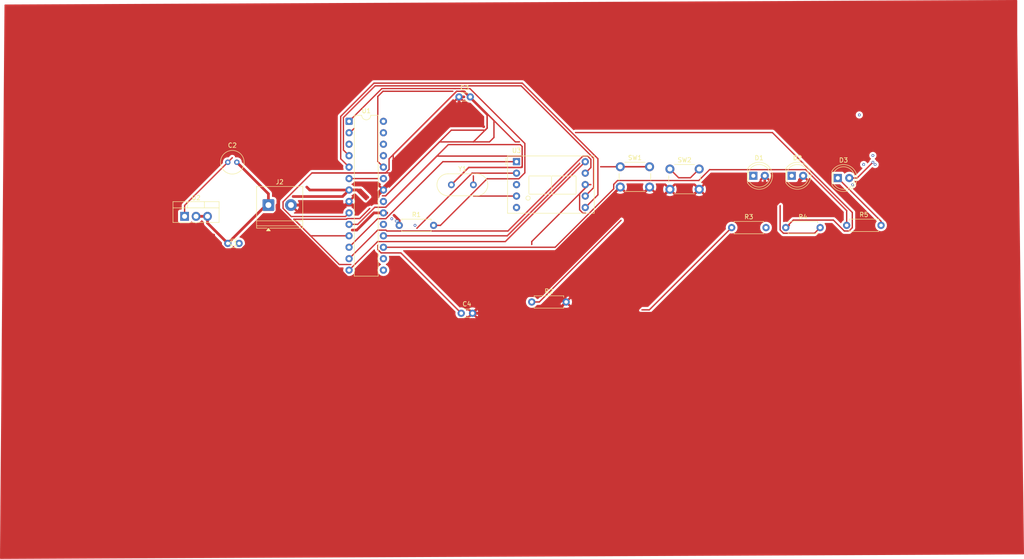
<source format=kicad_pcb>
(kicad_pcb (version 20241229) (generator "pcbnew") (generator_version "9.0")
  (layers (0 "F.Cu" signal) (2 "B.Cu" signal) (13 "F.Paste" user) (15 "B.Paste" user) (5 "F.SilkS" user "F.Silkscreen") (7 "B.SilkS" user "B.Silkscreen") (1 "F.Mask" user) (3 "B.Mask" user) (25 "Edge.Cuts" user))
  (net 0 "")
  (net 1 "+5V")
  (net 2 "Net-(U2-IN)")
  (net 3 "Net-(U1-XTAL1{slash}PB6)")
  (net 4 "GND")
  (net 5 "Net-(U1-PB5)")
  (net 6 "Net-(D1-K)")
  (net 7 "Net-(D2-K)")
  (net 8 "Net-(D3-K)")
  (net 9 "unconnected-(D3-A-Pad2)")
  (net 10 "Net-(U1-~{RESET}{slash}PC6)")
  (net 11 "Net-(R2-Pad1)")
  (net 12 "Net-(U1-PB4)")
  (net 13 "Net-(U1-PB3)")
  (net 14 "Net-(U1-PC0)")
  (net 15 "Net-(U1-PC1)")
  (net 21 "Net-(U1-PD4)")
  (net 23 "unconnected-(U1-PD0-Pad2)")
  (net 24 "Net-(U1-PD5)")
  (net 26 "Net-(U1-PB0)")
  (net 27 "Net-(U1-PD2)")
  (net 29 "Net-(U1-PD6)")
  (net 30 "Net-(U1-PD7)")
  (net 31 "Net-(U1-PD3)")
  (footprint "Capacitor_THT:C_Disc_D3.0mm_W1.6mm_P2.50mm" (layer "F.Cu") (at 132.25 107.5)
    (property "Reference" "C4" (at 1.25 -2.05 0) (layer "F.SilkS"))
    (property "Value" "22pF")
    (fp_line (start 0.485 -0.92) (end 2.015 -0.92) (stroke (width 0.12)) (layer "F.SilkS"))
    (fp_line (start 2.015 0.92) (end 0.485 0.92) (stroke (width 0.12)) (layer "F.SilkS"))
    (pad "1" thru_hole circle (at 0 0) (size 1.6 1.6) (drill 0.8) (layers "*.Cu" "*.Mask") (net 5 "Net-(U1-PB5)"))
    (pad "2" thru_hole circle (at 2.5 0) (size 1.6 1.6) (drill 0.8) (layers "*.Cu" "*.Mask") (net 4 "GND"))
  )
  (footprint "LED_THT:LED_D5.0mm" (layer "F.Cu") (at 215.725 77.5)
    (property "Reference" "D3" (at 1.27 -3.96 0) (layer "F.SilkS"))
    (property "Value" "LED")
    (fp_line (start -1.29 -1.545) (end -1.29 1.545) (stroke (width 0.12)) (layer "F.SilkS"))
    (fp_arc (start -1.29 -1.54483) (mid 2.071779 -2.880495) (end 4.26 0) (stroke (width 0.12)) (layer "F.SilkS"))
    (fp_arc (start 4.26 0) (mid 2.071779 2.880495) (end -1.29 1.54483) (stroke (width 0.12)) (layer "F.SilkS"))
    (fp_circle (center 1.27 0) (end 3.77 0) (stroke (width 0.12)) (fill no) (layer "F.SilkS"))
    (pad "1" thru_hole rect (at 0 0) (size 1.8 1.8) (drill 0.9) (layers "*.Cu" "*.Mask") (net 8 "Net-(D3-K)"))
    (pad "2" thru_hole circle (at 2.54 0) (size 1.8 1.8) (drill 0.9) (layers "*.Cu" "*.Mask") (net 9 "unconnected-(D3-A-Pad2)"))
  )
  (footprint "Display_7Segment:D1X8K" (layer "F.Cu") (at 144.5 73.88)
    (property "Reference" "U3" (at 0.03 -2.48 0) (layer "F.SilkS"))
    (property "Value" "D198K")
    (fp_line (start -2.34 -0.8) (end -2.34 0.81) (stroke (width 0.12)) (layer "F.SilkS"))
    (fp_line (start -1.99 -1.28) (end -1.99 11.44) (stroke (width 0.12)) (layer "F.SilkS"))
    (fp_line (start 2.7438 3.3372) (end 2.7438 7.0202) (stroke (width 0.12)) (layer "F.SilkS"))
    (fp_line (start 7.646 3.1594) (end 2.7438 3.1594) (stroke (width 0.12)) (layer "F.SilkS"))
    (fp_line (start 7.646 7.198) (end 2.7438 7.198) (stroke (width 0.12)) (layer "F.SilkS"))
    (fp_line (start 7.7476 3.3372) (end 7.7476 7.0202) (stroke (width 0.12)) (layer "F.SilkS"))
    (fp_line (start 13.1832 3.1594) (end 7.8238 3.1594) (stroke (width 0.12)) (layer "F.SilkS"))
    (fp_line (start 13.1832 7.198) (end 7.8238 7.198) (stroke (width 0.12)) (layer "F.SilkS"))
    (fp_line (start 13.2086 3.3372) (end 13.2086 7.0202) (stroke (width 0.12)) (layer "F.SilkS"))
    (fp_line (start 17.23 -1.28) (end -1.99 -1.28) (stroke (width 0.12)) (layer "F.SilkS"))
    (fp_line (start 17.23 -1.28) (end 17.23 11.44) (stroke (width 0.12)) (layer "F.SilkS"))
    (fp_line (start 17.23 11.44) (end -1.99 11.44) (stroke (width 0.12)) (layer "F.SilkS"))
    (fp_circle (center 2.557533 8.07) (end 2.836933 7.689) (stroke (width 0.12)) (fill no) (layer "F.SilkS"))
    (pad "1" thru_hole rect (at 0 0 270) (size 1.6 1.6) (drill 0.8) (layers "*.Cu" "*.Mask") (net 29 "Net-(U1-PD6)"))
    (pad "2" thru_hole circle (at 0 2.54 270) (size 1.6 1.6) (drill 0.8) (layers "*.Cu" "*.Mask") (net 24 "Net-(U1-PD5)"))
    (pad "3" thru_hole circle (at 0 5.08 270) (size 1.6 1.6) (drill 0.8) (layers "*.Cu" "*.Mask"))
    (pad "4" thru_hole circle (at 0 7.62 270) (size 1.6 1.6) (drill 0.8) (layers "*.Cu" "*.Mask") (net 21 "Net-(U1-PD4)"))
    (pad "5" thru_hole circle (at 0 10.16 270) (size 1.6 1.6) (drill 0.8) (layers "*.Cu" "*.Mask"))
    (pad "6" thru_hole circle (at 15.24 10.16 270) (size 1.6 1.6) (drill 0.8) (layers "*.Cu" "*.Mask") (net 31 "Net-(U1-PD3)"))
    (pad "7" thru_hole circle (at 15.24 7.62 270) (size 1.6 1.6) (drill 0.8) (layers "*.Cu" "*.Mask") (net 27 "Net-(U1-PD2)"))
    (pad "8" thru_hole circle (at 15.24 5.08 270) (size 1.6 1.6) (drill 0.8) (layers "*.Cu" "*.Mask") (net 11 "Net-(R2-Pad1)"))
    (pad "9" thru_hole circle (at 15.24 2.54 270) (size 1.6 1.6) (drill 0.8) (layers "*.Cu" "*.Mask") (net 30 "Net-(U1-PD7)"))
    (pad "10" thru_hole circle (at 15.24 0 270) (size 1.6 1.6) (drill 0.8) (layers "*.Cu" "*.Mask") (net 26 "Net-(U1-PB0)"))
  )
  (footprint "Button_Switch_THT:SW_PUSH_6mm" (layer "F.Cu") (at 167.5 75)
    (property "Reference" "SW1" (at 3.25 -2 0) (layer "F.SilkS"))
    (property "Value" "SW_Push")
    (fp_line (start -0.25 1.5) (end -0.25 3) (stroke (width 0.12)) (layer "F.SilkS"))
    (fp_line (start 1 5.5) (end 5.5 5.5) (stroke (width 0.12)) (layer "F.SilkS"))
    (fp_line (start 5.5 -1) (end 1 -1) (stroke (width 0.12)) (layer "F.SilkS"))
    (fp_line (start 6.75 3) (end 6.75 1.5) (stroke (width 0.12)) (layer "F.SilkS"))
    (pad "1" thru_hole circle (at 0 0 90) (size 2 2) (drill 1.1) (layers "*.Cu" "*.Mask") (net 14 "Net-(U1-PC0)"))
    (pad "1" thru_hole circle (at 6.5 0 90) (size 2 2) (drill 1.1) (layers "*.Cu" "*.Mask") (net 14 "Net-(U1-PC0)"))
    (pad "2" thru_hole circle (at 0 4.5 90) (size 2 2) (drill 1.1) (layers "*.Cu" "*.Mask") (net 4 "GND"))
    (pad "2" thru_hole circle (at 6.5 4.5 90) (size 2 2) (drill 1.1) (layers "*.Cu" "*.Mask") (net 4 "GND"))
  )
  (footprint "TerminalBlock_Phoenix:TerminalBlock_Phoenix_PT-1,5-2-5.0-H_1x02_P5.00mm_Horizontal" (layer "F.Cu") (at 89.5 83.5)
    (property "Reference" "J2" (at 2.5 -5.12 0) (layer "F.SilkS"))
    (property "Value" "Screw_Terminal_01x02")
    (fp_line (start -2.62 -4.12) (end 7.62 -4.12) (stroke (width 0.12)) (layer "F.SilkS"))
    (fp_line (start -2.62 3.5) (end 7.62 3.5) (stroke (width 0.12)) (layer "F.SilkS"))
    (fp_line (start -2.62 4.6) (end 7.62 4.6) (stroke (width 0.12)) (layer "F.SilkS"))
    (fp_line (start -2.62 5.12) (end -2.62 -4.12) (stroke (width 0.12)) (layer "F.SilkS"))
    (fp_line (start -0.3 5.12) (end -2.62 5.12) (stroke (width 0.12)) (layer "F.SilkS"))
    (fp_line (start 7.62 -4.12) (end 7.62 5.12) (stroke (width 0.12)) (layer "F.SilkS"))
    (fp_line (start 7.62 5.12) (end 0.3 5.12) (stroke (width 0.12)) (layer "F.SilkS"))
    (fp_poly (pts (xy 0 5.12) (xy 0.44 5.73) (xy -0.44 5.73)) (stroke (width 0.12)) (fill yes) (layer "F.SilkS"))
    (pad "1" thru_hole roundrect (at 0 0) (size 2.6 2.6) (drill 1.3) (layers "*.Cu" "*.Mask") (roundrect_rratio 0.096154) (net 1 "+5V"))
    (pad "2" thru_hole circle (at 5 0) (size 2.6 2.6) (drill 1.3) (layers "*.Cu" "*.Mask") (net 4 "GND"))
  )
  (footprint "Resistor_THT:R_Axial_DIN0207_L6.3mm_D2.5mm_P7.62mm_Horizontal" (layer "F.Cu") (at 192.19 88.5)
    (property "Reference" "R3" (at 3.81 -2.37 0) (layer "F.SilkS"))
    (property "Value" "330")
    (fp_line (start 0.54 -1.37) (end 7.08 -1.37) (stroke (width 0.12)) (layer "F.SilkS"))
    (fp_line (start 0.54 -1.04) (end 0.54 -1.37) (stroke (width 0.12)) (layer "F.SilkS"))
    (fp_line (start 0.54 1.04) (end 0.54 1.37) (stroke (width 0.12)) (layer "F.SilkS"))
    (fp_line (start 0.54 1.37) (end 7.08 1.37) (stroke (width 0.12)) (layer "F.SilkS"))
    (fp_line (start 7.08 -1.37) (end 7.08 -1.04) (stroke (width 0.12)) (layer "F.SilkS"))
    (fp_line (start 7.08 1.37) (end 7.08 1.04) (stroke (width 0.12)) (layer "F.SilkS"))
    (pad "1" thru_hole circle (at 0 0) (size 1.6 1.6) (drill 0.8) (layers "*.Cu" "*.Mask") (net 5 "Net-(U1-PB5)"))
    (pad "2" thru_hole circle (at 7.62 0) (size 1.6 1.6) (drill 0.8) (layers "*.Cu" "*.Mask") (net 6 "Net-(D1-K)"))
  )
  (footprint "Resistor_THT:R_Axial_DIN0207_L6.3mm_D2.5mm_P7.62mm_Horizontal" (layer "F.Cu") (at 217.69 88)
    (property "Reference" "R5" (at 3.81 -2.37 0) (layer "F.SilkS"))
    (property "Value" "330")
    (fp_line (start 0.54 -1.37) (end 7.08 -1.37) (stroke (width 0.12)) (layer "F.SilkS"))
    (fp_line (start 0.54 -1.04) (end 0.54 -1.37) (stroke (width 0.12)) (layer "F.SilkS"))
    (fp_line (start 0.54 1.04) (end 0.54 1.37) (stroke (width 0.12)) (layer "F.SilkS"))
    (fp_line (start 0.54 1.37) (end 7.08 1.37) (stroke (width 0.12)) (layer "F.SilkS"))
    (fp_line (start 7.08 -1.37) (end 7.08 -1.04) (stroke (width 0.12)) (layer "F.SilkS"))
    (fp_line (start 7.08 1.37) (end 7.08 1.04) (stroke (width 0.12)) (layer "F.SilkS"))
    (pad "1" thru_hole circle (at 0 0) (size 1.6 1.6) (drill 0.8) (layers "*.Cu" "*.Mask") (net 13 "Net-(U1-PB3)"))
    (pad "2" thru_hole circle (at 7.62 0) (size 1.6 1.6) (drill 0.8) (layers "*.Cu" "*.Mask") (net 8 "Net-(D3-K)"))
  )
  (footprint "LED_THT:LED_D5.0mm" (layer "F.Cu") (at 197 77)
    (property "Reference" "D1" (at 1.27 -3.96 0) (layer "F.SilkS"))
    (property "Value" "LED")
    (fp_line (start -1.29 -1.545) (end -1.29 1.545) (stroke (width 0.12)) (layer "F.SilkS"))
    (fp_arc (start -1.29 -1.54483) (mid 2.071779 -2.880495) (end 4.26 0) (stroke (width 0.12)) (layer "F.SilkS"))
    (fp_arc (start 4.26 0) (mid 2.071779 2.880495) (end -1.29 1.54483) (stroke (width 0.12)) (layer "F.SilkS"))
    (fp_circle (center 1.27 0) (end 3.77 0) (stroke (width 0.12)) (fill no) (layer "F.SilkS"))
    (pad "1" thru_hole rect (at 0 0) (size 1.8 1.8) (drill 0.9) (layers "*.Cu" "*.Mask") (net 6 "Net-(D1-K)"))
    (pad "2" thru_hole circle (at 2.54 0) (size 1.8 1.8) (drill 0.9) (layers "*.Cu" "*.Mask") (net 4 "GND"))
  )
  (footprint "Package_DIP:DIP-28_W7.62mm" (layer "F.Cu") (at 107.38 64.92)
    (property "Reference" "U1" (at 3.81 -2.33 0) (layer "F.SilkS"))
    (property "Value" "ATmega328P-P")
    (fp_line (start 1.16 -1.33) (end 1.16 34.35) (stroke (width 0.12)) (layer "F.SilkS"))
    (fp_line (start 1.16 34.35) (end 6.46 34.35) (stroke (width 0.12)) (layer "F.SilkS"))
    (fp_line (start 2.81 -1.33) (end 1.16 -1.33) (stroke (width 0.12)) (layer "F.SilkS"))
    (fp_line (start 6.46 -1.33) (end 4.81 -1.33) (stroke (width 0.12)) (layer "F.SilkS"))
    (fp_line (start 6.46 34.35) (end 6.46 -1.33) (stroke (width 0.12)) (layer "F.SilkS"))
    (fp_arc (start 4.81 -1.33) (mid 3.81 -0.33) (end 2.81 -1.33) (stroke (width 0.12)) (layer "F.SilkS"))
    (pad "1" thru_hole roundrect (at 0 0) (size 1.6 1.6) (drill 0.8) (layers "*.Cu" "*.Mask") (roundrect_rratio 0.15625) (net 10 "Net-(U1-~{RESET}{slash}PC6)"))
    (pad "2" thru_hole circle (at 0 2.54) (size 1.6 1.6) (drill 0.8) (layers "*.Cu" "*.Mask") (net 23 "unconnected-(U1-PD0-Pad2)"))
    (pad "3" thru_hole circle (at 0 5.08) (size 1.6 1.6) (drill 0.8) (layers "*.Cu" "*.Mask"))
    (pad "4" thru_hole circle (at 0 7.62) (size 1.6 1.6) (drill 0.8) (layers "*.Cu" "*.Mask") (net 27 "Net-(U1-PD2)"))
    (pad "5" thru_hole circle (at 0 10.16) (size 1.6 1.6) (drill 0.8) (layers "*.Cu" "*.Mask") (net 31 "Net-(U1-PD3)"))
    (pad "6" thru_hole circle (at 0 12.7) (size 1.6 1.6) (drill 0.8) (layers "*.Cu" "*.Mask") (net 21 "Net-(U1-PD4)"))
    (pad "7" thru_hole circle (at 0 15.24) (size 1.6 1.6) (drill 0.8) (layers "*.Cu" "*.Mask") (net 1 "+5V"))
    (pad "8" thru_hole circle (at 0 17.78) (size 1.6 1.6) (drill 0.8) (layers "*.Cu" "*.Mask") (net 4 "GND"))
    (pad "9" thru_hole circle (at 0 20.32) (size 1.6 1.6) (drill 0.8) (layers "*.Cu" "*.Mask") (net 3 "Net-(U1-XTAL1{slash}PB6)"))
    (pad "10" thru_hole circle (at 0 22.86) (size 1.6 1.6) (drill 0.8) (layers "*.Cu" "*.Mask") (net 5 "Net-(U1-PB5)"))
    (pad "11" thru_hole circle (at 0 25.4) (size 1.6 1.6) (drill 0.8) (layers "*.Cu" "*.Mask") (net 24 "Net-(U1-PD5)"))
    (pad "12" thru_hole circle (at 0 27.94) (size 1.6 1.6) (drill 0.8) (layers "*.Cu" "*.Mask") (net 29 "Net-(U1-PD6)"))
    (pad "13" thru_hole circle (at 0 30.48) (size 1.6 1.6) (drill 0.8) (layers "*.Cu" "*.Mask") (net 30 "Net-(U1-PD7)"))
    (pad "14" thru_hole circle (at 0 33.02) (size 1.6 1.6) (drill 0.8) (layers "*.Cu" "*.Mask") (net 26 "Net-(U1-PB0)"))
    (pad "15" thru_hole circle (at 7.62 33.02) (size 1.6 1.6) (drill 0.8) (layers "*.Cu" "*.Mask"))
    (pad "16" thru_hole circle (at 7.62 30.48) (size 1.6 1.6) (drill 0.8) (layers "*.Cu" "*.Mask"))
    (pad "17" thru_hole circle (at 7.62 27.94) (size 1.6 1.6) (drill 0.8) (layers "*.Cu" "*.Mask") (net 13 "Net-(U1-PB3)"))
    (pad "18" thru_hole circle (at 7.62 25.4) (size 1.6 1.6) (drill 0.8) (layers "*.Cu" "*.Mask") (net 12 "Net-(U1-PB4)"))
    (pad "19" thru_hole circle (at 7.62 22.86) (size 1.6 1.6) (drill 0.8) (layers "*.Cu" "*.Mask") (net 5 "Net-(U1-PB5)"))
    (pad "20" thru_hole circle (at 7.62 20.32) (size 1.6 1.6) (drill 0.8) (layers "*.Cu" "*.Mask") (net 1 "+5V"))
    (pad "21" thru_hole circle (at 7.62 17.78) (size 1.6 1.6) (drill 0.8) (layers "*.Cu" "*.Mask"))
    (pad "22" thru_hole circle (at 7.62 15.24) (size 1.6 1.6) (drill 0.8) (layers "*.Cu" "*.Mask") (net 4 "GND"))
    (pad "23" thru_hole circle (at 7.62 12.7) (size 1.6 1.6) (drill 0.8) (layers "*.Cu" "*.Mask") (net 14 "Net-(U1-PC0)"))
    (pad "24" thru_hole circle (at 7.62 10.16) (size 1.6 1.6) (drill 0.8) (layers "*.Cu" "*.Mask") (net 15 "Net-(U1-PC1)"))
    (pad "25" thru_hole circle (at 7.62 7.62) (size 1.6 1.6) (drill 0.8) (layers "*.Cu" "*.Mask"))
    (pad "26" thru_hole circle (at 7.62 5.08) (size 1.6 1.6) (drill 0.8) (layers "*.Cu" "*.Mask"))
    (pad "27" thru_hole circle (at 7.62 2.54) (size 1.6 1.6) (drill 0.8) (layers "*.Cu" "*.Mask"))
    (pad "28" thru_hole circle (at 7.62 0) (size 1.6 1.6) (drill 0.8) (layers "*.Cu" "*.Mask"))
  )
  (footprint "Resistor_THT:R_Axial_DIN0207_L6.3mm_D2.5mm_P7.62mm_Horizontal" (layer "F.Cu") (at 204.19 88.5)
    (property "Reference" "R4" (at 3.81 -2.37 0) (layer "F.SilkS"))
    (property "Value" "330")
    (fp_line (start 0.54 -1.37) (end 7.08 -1.37) (stroke (width 0.12)) (layer "F.SilkS"))
    (fp_line (start 0.54 -1.04) (end 0.54 -1.37) (stroke (width 0.12)) (layer "F.SilkS"))
    (fp_line (start 0.54 1.04) (end 0.54 1.37) (stroke (width 0.12)) (layer "F.SilkS"))
    (fp_line (start 0.54 1.37) (end 7.08 1.37) (stroke (width 0.12)) (layer "F.SilkS"))
    (fp_line (start 7.08 -1.37) (end 7.08 -1.04) (stroke (width 0.12)) (layer "F.SilkS"))
    (fp_line (start 7.08 1.37) (end 7.08 1.04) (stroke (width 0.12)) (layer "F.SilkS"))
    (pad "1" thru_hole circle (at 0 0) (size 1.6 1.6) (drill 0.8) (layers "*.Cu" "*.Mask") (net 12 "Net-(U1-PB4)"))
    (pad "2" thru_hole circle (at 7.62 0) (size 1.6 1.6) (drill 0.8) (layers "*.Cu" "*.Mask") (net 7 "Net-(D2-K)"))
  )
  (footprint "Crystal:Crystal_HC49-4H_Vertical" (layer "F.Cu") (at 130.06 79)
    (property "Reference" "Y1" (at 2.44 -3.52 0) (layer "F.SilkS"))
    (property "Value" "Crystal")
    (fp_line (start -0.76 -2.435) (end 5.64 -2.435) (stroke (width 0.12)) (layer "F.SilkS"))
    (fp_line (start 5.64 2.435) (end -0.76 2.435) (stroke (width 0.12)) (layer "F.SilkS"))
    (fp_arc (start -0.76 2.435) (mid -3.195 0) (end -0.76 -2.435) (stroke (width 0.12)) (layer "F.SilkS"))
    (fp_arc (start 5.64 -2.435) (mid 8.075 0) (end 5.64 2.435) (stroke (width 0.12)) (layer "F.SilkS"))
    (pad "1" thru_hole circle (at 0 0) (size 1.5 1.5) (drill 0.8) (layers "*.Cu" "*.Mask") (net 5 "Net-(U1-PB5)"))
    (pad "2" thru_hole circle (at 4.88 0) (size 1.5 1.5) (drill 0.8) (layers "*.Cu" "*.Mask") (net 3 "Net-(U1-XTAL1{slash}PB6)"))
  )
  (footprint "Capacitor_THT:C_Disc_D3.0mm_W1.6mm_P2.50mm" (layer "F.Cu") (at 80.5 92)
    (property "Reference" "C1" (at 1.25 0 0) (layer "F.SilkS"))
    (property "Value" "10nF")
    (fp_line (start 0.485 -0.92) (end 2.015 -0.92) (stroke (width 0.12)) (layer "F.SilkS"))
    (fp_line (start 2.015 0.92) (end 0.485 0.92) (stroke (width 0.12)) (layer "F.SilkS"))
    (pad "1" thru_hole circle (at 0 0) (size 1.6 1.6) (drill 0.8) (layers "*.Cu" "*.Mask") (net 1 "+5V"))
    (pad "2" thru_hole circle (at 2.5 0) (size 1.6 1.6) (drill 0.8) (layers "*.Cu" "*.Mask") (net 1 "+5V"))
  )
  (footprint "Capacitor_THT:C_Radial_D5.0mm_H5.0mm_P2.00mm" (layer "F.Cu") (at 80.5 74)
    (property "Reference" "C2" (at 1 -3.75 0) (layer "F.SilkS"))
    (property "Value" "10uF")
    (fp_circle (center 1 0) (end 3.62 0) (stroke (width 0.12)) (fill no) (layer "F.SilkS"))
    (pad "1" thru_hole circle (at 0 0) (size 1.2 1.2) (drill 0.6) (layers "*.Cu" "*.Mask") (net 2 "Net-(U2-IN)"))
    (pad "2" thru_hole circle (at 2 0) (size 1.2 1.2) (drill 0.6) (layers "*.Cu" "*.Mask") (net 1 "+5V"))
  )
  (footprint "Resistor_THT:R_Axial_DIN0207_L6.3mm_D2.5mm_P7.62mm_Horizontal" (layer "F.Cu") (at 147.88 105)
    (property "Reference" "R2" (at 3.81 -2.37 0) (layer "F.SilkS"))
    (property "Value" "330")
    (fp_line (start 0.54 -1.37) (end 7.08 -1.37) (stroke (width 0.12)) (layer "F.SilkS"))
    (fp_line (start 0.54 -1.04) (end 0.54 -1.37) (stroke (width 0.12)) (layer "F.SilkS"))
    (fp_line (start 0.54 1.04) (end 0.54 1.37) (stroke (width 0.12)) (layer "F.SilkS"))
    (fp_line (start 0.54 1.37) (end 7.08 1.37) (stroke (width 0.12)) (layer "F.SilkS"))
    (fp_line (start 7.08 -1.37) (end 7.08 -1.04) (stroke (width 0.12)) (layer "F.SilkS"))
    (fp_line (start 7.08 1.37) (end 7.08 1.04) (stroke (width 0.12)) (layer "F.SilkS"))
    (pad "1" thru_hole circle (at 0 0) (size 1.6 1.6) (drill 0.8) (layers "*.Cu" "*.Mask") (net 11 "Net-(R2-Pad1)"))
    (pad "2" thru_hole circle (at 7.62 0) (size 1.6 1.6) (drill 0.8) (layers "*.Cu" "*.Mask") (net 4 "GND"))
  )
  (footprint "Resistor_THT:R_Axial_DIN0207_L6.3mm_D2.5mm_P7.62mm_Horizontal" (layer "F.Cu") (at 118.5 88)
    (property "Reference" "R1" (at 3.81 -2.37 0) (layer "F.SilkS"))
    (property "Value" "10k")
    (fp_line (start 0.54 -1.37) (end 7.08 -1.37) (stroke (width 0.12)) (layer "F.SilkS"))
    (fp_line (start 0.54 -1.04) (end 0.54 -1.37) (stroke (width 0.12)) (layer "F.SilkS"))
    (fp_line (start 0.54 1.04) (end 0.54 1.37) (stroke (width 0.12)) (layer "F.SilkS"))
    (fp_line (start 0.54 1.37) (end 7.08 1.37) (stroke (width 0.12)) (layer "F.SilkS"))
    (fp_line (start 7.08 -1.37) (end 7.08 -1.04) (stroke (width 0.12)) (layer "F.SilkS"))
    (fp_line (start 7.08 1.37) (end 7.08 1.04) (stroke (width 0.12)) (layer "F.SilkS"))
    (pad "1" thru_hole circle (at 0 0) (size 1.6 1.6) (drill 0.8) (layers "*.Cu" "*.Mask") (net 1 "+5V"))
    (pad "2" thru_hole circle (at 7.62 0) (size 1.6 1.6) (drill 0.8) (layers "*.Cu" "*.Mask") (net 10 "Net-(U1-~{RESET}{slash}PC6)"))
  )
  (footprint "Capacitor_THT:C_Disc_D3.0mm_W1.6mm_P2.50mm" (layer "F.Cu") (at 131.75 59.5)
    (property "Reference" "C3" (at 1.25 -2.05 0) (layer "F.SilkS"))
    (property "Value" "22pF.")
    (fp_line (start 0.485 -0.92) (end 2.015 -0.92) (stroke (width 0.12)) (layer "F.SilkS"))
    (fp_line (start 2.015 0.92) (end 0.485 0.92) (stroke (width 0.12)) (layer "F.SilkS"))
    (pad "1" thru_hole circle (at 0 0) (size 1.6 1.6) (drill 0.8) (layers "*.Cu" "*.Mask") (net 4 "GND"))
    (pad "2" thru_hole circle (at 2.5 0) (size 1.6 1.6) (drill 0.8) (layers "*.Cu" "*.Mask") (net 3 "Net-(U1-XTAL1{slash}PB6)"))
  )
  (footprint "Button_Switch_THT:SW_PUSH_6mm" (layer "F.Cu") (at 178.5 75.5)
    (property "Reference" "SW2" (at 3.25 -2 0) (layer "F.SilkS"))
    (property "Value" "SW_Push")
    (fp_line (start -0.25 1.5) (end -0.25 3) (stroke (width 0.12)) (layer "F.SilkS"))
    (fp_line (start 1 5.5) (end 5.5 5.5) (stroke (width 0.12)) (layer "F.SilkS"))
    (fp_line (start 5.5 -1) (end 1 -1) (stroke (width 0.12)) (layer "F.SilkS"))
    (fp_line (start 6.75 3) (end 6.75 1.5) (stroke (width 0.12)) (layer "F.SilkS"))
    (pad "1" thru_hole circle (at 0 0 90) (size 2 2) (drill 1.1) (layers "*.Cu" "*.Mask") (net 15 "Net-(U1-PC1)"))
    (pad "1" thru_hole circle (at 6.5 0 90) (size 2 2) (drill 1.1) (layers "*.Cu" "*.Mask") (net 15 "Net-(U1-PC1)"))
    (pad "2" thru_hole circle (at 0 4.5 90) (size 2 2) (drill 1.1) (layers "*.Cu" "*.Mask") (net 4 "GND"))
    (pad "2" thru_hole circle (at 6.5 4.5 90) (size 2 2) (drill 1.1) (layers "*.Cu" "*.Mask") (net 4 "GND"))
  )
  (footprint "Package_TO_SOT_THT:TO-220-3_Vertical" (layer "F.Cu") (at 70.92 86)
    (property "Reference" "U2" (at 2.54 -4.1 0) (layer "F.SilkS"))
    (property "Value" "L7805")
    (fp_line (start -2.57 -3.26) (end 7.65 -3.26) (stroke (width 0.12)) (layer "F.SilkS"))
    (fp_line (start -2.57 -1.88) (end 7.65 -1.88) (stroke (width 0.12)) (layer "F.SilkS"))
    (fp_line (start -2.57 1.36) (end -2.57 -3.26) (stroke (width 0.12)) (layer "F.SilkS"))
    (fp_line (start 0.69 -3.26) (end 0.69 -1.88) (stroke (width 0.12)) (layer "F.SilkS"))
    (fp_line (start 4.39 -3.26) (end 4.39 -1.88) (stroke (width 0.12)) (layer "F.SilkS"))
    (fp_line (start 7.65 -3.26) (end 7.65 1.36) (stroke (width 0.12)) (layer "F.SilkS"))
    (fp_line (start 7.65 1.36) (end -2.57 1.36) (stroke (width 0.12)) (layer "F.SilkS"))
    (pad "1" thru_hole rect (at 0 0) (size 1.905 2) (drill 1.1) (layers "*.Cu" "*.Mask") (net 2 "Net-(U2-IN)"))
    (pad "2" thru_hole oval (at 2.54 0) (size 1.905 2) (drill 1.1) (layers "*.Cu" "*.Mask") (net 1 "+5V"))
    (pad "3" thru_hole oval (at 5.08 0) (size 1.905 2) (drill 1.1) (layers "*.Cu" "*.Mask") (net 1 "+5V"))
  )
  (footprint "LED_THT:LED_D5.0mm" (layer "F.Cu") (at 205.5 77)
    (property "Reference" "D2" (at 1.27 -3.96 0) (layer "F.SilkS"))
    (property "Value" "LED")
    (fp_line (start -1.29 -1.545) (end -1.29 1.545) (stroke (width 0.12)) (layer "F.SilkS"))
    (fp_arc (start -1.29 -1.54483) (mid 2.071779 -2.880495) (end 4.26 0) (stroke (width 0.12)) (layer "F.SilkS"))
    (fp_arc (start 4.26 0) (mid 2.071779 2.880495) (end -1.29 1.54483) (stroke (width 0.12)) (layer "F.SilkS"))
    (fp_circle (center 1.27 0) (end 3.77 0) (stroke (width 0.12)) (fill no) (layer "F.SilkS"))
    (pad "1" thru_hole rect (at 0 0) (size 1.8 1.8) (drill 0.9) (layers "*.Cu" "*.Mask") (net 7 "Net-(D2-K)"))
    (pad "2" thru_hole circle (at 2.54 0) (size 1.8 1.8) (drill 0.9) (layers "*.Cu" "*.Mask") (net 4 "GND"))
  )
  (via (at 220.5 63.5) (size 0.6) (drill 0.3) (layers "F.Cu" "B.Cu") (net 0))
  (via (at 116.85 86.54) (size 0.6) (drill 0.3) (layers "F.Cu" "B.Cu") (net 0))
  (via (at 223.5 72.5) (size 0.6) (drill 0.3) (layers "F.Cu" "B.Cu") (net 0))
  (via (at 122 88) (size 0.6) (drill 0.3) (layers "F.Cu" "B.Cu") (net 0))
  (via (at 219 79) (size 0.6) (drill 0.3) (layers "F.Cu" "B.Cu") (net 0))
  (segment (start 76 87.5) (end 76 86) (width 0.6) (layer "F.Cu") (net 1))
  (segment (start 89 83.5) (end 80.5 92) (width 0.6) (layer "F.Cu") (net 1))
  (segment (start 115 85.24) (end 115.372554 85.612554) (width 0.6) (layer "F.Cu") (net 1))
  (segment (start 105.941 81.599) (end 94.986786 81.599) (width 0.6) (layer "F.Cu") (net 1))
  (segment (start 107.38 80.16) (end 105.941 81.599) (width 0.6) (layer "F.Cu") (net 1))
  (segment (start 115 85.24) (end 112.89409 85.24) (width 0.6) (layer "F.Cu") (net 1))
  (segment (start 115.372554 85.612554) (end 115.742554 85.242554) (width 0.6) (layer "F.Cu") (net 1))
  (segment (start 109.92 80.16) (end 111.543554 81.783554) (width 0.6) (layer "F.Cu") (net 1))
  (segment (start 107.38 80.16) (end 98.66 80.16) (width 0.6) (layer "F.Cu") (net 1))
  (segment (start 107.38 80.16) (end 109.16 80.16) (width 0.6) (layer "F.Cu") (net 1))
  (segment (start 80.5 92) (end 76 87.5) (width 0.6) (layer "F.Cu") (net 1))
  (segment (start 89.5 83.5) (end 89.5 81) (width 0.6) (layer "F.Cu") (net 1))
  (segment (start 107.38 80.16) (end 109.92 80.16) (width 0.6) (layer "F.Cu") (net 1))
  (segment (start 89.5 81) (end 82.5 74) (width 0.6) (layer "F.Cu") (net 1))
  (segment (start 98.66 80.16) (end 98 79.5) (width 0.6) (layer "F.Cu") (net 1))
  (segment (start 112.89409 85.24) (end 109.08409 89.05) (width 0.6) (layer "F.Cu") (net 1))
  (segment (start 89.5 83.5) (end 89 83.5) (width 0.6) (layer "F.Cu") (net 1))
  (segment (start 109.08409 89.05) (end 108.091314 89.05) (width 0.6) (layer "F.Cu") (net 1))
  (segment (start 118.5 86.915793) (end 117.346731 85.762524) (width 0.6) (layer "F.Cu") (net 1))
  (segment (start 109.16 80.16) (end 111.163554 82.163554) (width 0.6) (layer "F.Cu") (net 1))
  (segment (start 118.5 88) (end 118.5 86.915793) (width 0.6) (layer "F.Cu") (net 1))
  (segment (start 76 86) (end 73.46 86) (width 0.6) (layer "F.Cu") (net 1))
  (via (at 117.85 87.04) (size 0.6) (drill 0.3) (layers "F.Cu" "B.Cu") (net 1))
  (via (at 117.85 87.04) (size 0.6) (drill 0.3) (layers "F.Cu" "B.Cu") (net 1))
  (via (at 118.15 87.04) (size 0.6) (drill 0.3) (layers "F.Cu" "B.Cu") (net 1))
  (segment (start 70.92 86) (end 70.92 83.58) (width 0.3) (layer "F.Cu") (net 2))
  (segment (start 70.92 83.58) (end 81.5 73) (width 0.3) (layer "F.Cu") (net 2))
  (segment (start 130.049256 66.879926) (end 115.480182 81.449) (width 0.3) (layer "F.Cu") (net 3))
  (segment (start 138.51924 69.48076) (end 134.94 69.48076) (width 0.3) (layer "F.Cu") (net 3))
  (segment (start 139.5 68.5) (end 138.51924 69.48076) (width 0.3) (layer "F.Cu") (net 3))
  (segment (start 92.749 82.774712) (end 92.749 84.225288) (width 0.3) (layer "F.Cu") (net 3))
  (segment (start 127.448422 69.48076) (end 115.480182 81.449) (width 0.3) (layer "F.Cu") (net 3))
  (segment (start 134.94 79) (end 134.94 77.021) (width 0.3) (layer "F.Cu") (net 3))
  (segment (start 131.231818 58.249) (end 116.251 73.229818) (width 0.3) (layer "F.Cu") (net 3))
  (segment (start 117.17024 72.310578) (end 117.17024 76.369) (width 0.3) (layer "F.Cu") (net 3))
  (segment (start 116.251 75.598182) (end 115.480182 76.369) (width 0.3) (layer "F.Cu") (net 3))
  (segment (start 137.540834 66.879926) (end 130.049256 66.879926) (width 0.3) (layer "F.Cu") (net 3))
  (segment (start 134.25 59.5) (end 139.5 64.75) (width 0.3) (layer "F.Cu") (net 3))
  (segment (start 137.98076 66.44) (end 137.540834 66.879926) (width 0.3) (layer "F.Cu") (net 3))
  (segment (start 134.25 59.5) (end 144.23076 69.48076) (width 0.3) (layer "F.Cu") (net 3))
  (segment (start 134.25 59.5) (end 137.98076 63.23076) (width 0.3) (layer "F.Cu") (net 3))
  (segment (start 117.17024 76.369) (end 99.154712 76.369) (width 0.3) (layer "F.Cu") (net 3))
  (segment (start 115.480182 76.369) (end 99.154712 76.369) (width 0.3) (layer "F.Cu") (net 3))
  (segment (start 132.999 58.249) (end 132.268182 58.249) (width 0.3) (layer "F.Cu") (net 3))
  (segment (start 132.268182 58.249) (end 132.660074 58.249) (width 0.3) (layer "F.Cu") (net 3))
  (segment (start 137.98076 63.23076) (end 137.98076 66.44) (width 0.3) (layer "F.Cu") (net 3))
  (segment (start 99.154712 76.369) (end 92.749 82.774712) (width 0.3) (layer "F.Cu") (net 3))
  (segment (start 92.749 84.225288) (end 94.563711 86.039999) (width 0.3) (layer "F.Cu") (net 3))
  (segment (start 139.5 64.75) (end 139.5 68.5) (width 0.3) (layer "F.Cu") (net 3))
  (segment (start 137.98076 66.44) (end 134.94 69.48076) (width 0.3) (layer "F.Cu") (net 3))
  (segment (start 134.25 59.5) (end 132.999 58.249) (width 0.3) (layer "F.Cu") (net 3))
  (segment (start 137.98076 63.569686) (end 137.98076 66.44) (width 0.3) (layer "F.Cu") (net 3))
  (segment (start 132.660074 58.249) (end 137.98076 63.569686) (width 0.3) (layer "F.Cu") (net 3))
  (segment (start 94.563711 86.039999) (end 106.580001 86.039999) (width 0.3) (layer "F.Cu") (net 3))
  (segment (start 144.23076 69.48076) (end 145.15 69.48076) (width 0.3) (layer "F.Cu") (net 3))
  (segment (start 134.94 69.48076) (end 127.448422 69.48076) (width 0.3) (layer "F.Cu") (net 3))
  (segment (start 132.999 58.249) (end 131.231818 58.249) (width 0.3) (layer "F.Cu") (net 3))
  (segment (start 106.580001 86.039999) (end 107.38 85.24) (width 0.3) (layer "F.Cu") (net 3))
  (segment (start 116.251 73.229818) (end 116.251 75.598182) (width 0.3) (layer "F.Cu") (net 3))
  (segment (start 131.231818 58.249) (end 117.17024 72.310578) (width 0.3) (layer "F.Cu") (net 3))
  (segment (start 115.480182 81.449) (end 114.773074 81.449) (width 0.3) (layer "F.Cu") (net 3))
  (segment (start 151 107.5) (end 178.5 80) (width 0.6) (layer "F.Cu") (net 4))
  (segment (start 131.75 59.5) (end 132.849 59.5) (width 0.6) (layer "F.Cu") (net 4))
  (segment (start 111.101314 83.5) (end 131.75 62.851314) (width 0.6) (layer "F.Cu") (net 4))
  (segment (start 131.75 59.5) (end 131.75 60.649166) (width 0.6) (layer "F.Cu") (net 4))
  (segment (start 85.923321 90.387103) (end 85.923321 91.057993) (width 0.6) (layer "F.Cu") (net 4))
  (segment (start 85.923321 91.057993) (end 83.580314 93.401) (width 0.6) (layer "F.Cu") (net 4))
  (segment (start 94.5 83.5) (end 106.580001 83.499999) (width 0.6) (layer "F.Cu") (net 4))
  (segment (start 199.54 78.46) (end 199.54 77) (width 0.6) (layer "F.Cu") (net 4))
  (segment (start 168.5 96.5) (end 185 80) (width 0.6) (layer "F.Cu") (net 4))
  (segment (start 111.66 83.5) (end 94.5 83.5) (width 0.6) (layer "F.Cu") (net 4))
  (segment (start 150.321 108.901) (end 116.359686 108.901) (width 0.6) (layer "F.Cu") (net 4))
  (segment (start 116.359686 108.901) (end 91.401 83.942314) (width 0.6) (layer "F.Cu") (net 4))
  (segment (start 170.5 107.5) (end 199.54 78.46) (width 0.6) (layer "F.Cu") (net 4))
  (segment (start 83.580314 93.401) (end 79.919686 93.401) (width 0.6) (layer "F.Cu") (net 4))
  (segment (start 138.099 108.901) (end 116.359686 108.901) (width 0.6) (layer "F.Cu") (net 4))
  (segment (start 106.580001 83.499999) (end 107.38 82.7) (width 0.6) (layer "F.Cu") (net 4))
  (segment (start 153 107.5) (end 155.5 105) (width 0.6) (layer "F.Cu") (net 4))
  (segment (start 134.75 107.5) (end 151 107.5) (width 0.6) (layer "F.Cu") (net 4))
  (segment (start 168.5 96.5) (end 165.611 93.611) (width 0.6) (layer "F.Cu") (net 4))
  (segment (start 115 80.16) (end 131.75 63.41) (width 0.6) (layer "F.Cu") (net 4))
  (segment (start 165.611 93.611) (end 150.321 108.901) (width 0.6) (layer "F.Cu") (net 4))
  (segment (start 91.401 84.909424) (end 85.923321 90.387103) (width 0.6) (layer "F.Cu") (net 4))
  (segment (start 134.75 107.5) (end 138.651 103.599) (width 0.6) (layer "F.Cu") (net 4))
  (segment (start 131.75 60.649166) (end 137.22976 66.128926) (width 0.6) (layer "F.Cu") (net 4))
  (segment (start 134.75 107.5) (end 153 107.5) (width 0.6) (layer "F.Cu") (net 4))
  (segment (start 139.5 107.5) (end 167.5 79.5) (width 0.6) (layer "F.Cu") (net 4))
  (segment (start 167 86.5) (end 160.5 86.5) (width 0.6) (layer "F.Cu") (net 4))
  (segment (start 149.901 103.599) (end 167 86.5) (width 0.6) (layer "F.Cu") (net 4))
  (segment (start 134.75 107.5) (end 178.002 107.5) (width 0.6) (layer "F.Cu") (net 4))
  (segment (start 160.5 86.5) (end 138.099 108.901) (width 0.6) (layer "F.Cu") (net 4))
  (segment (start 134.75 107.5) (end 139.5 107.5) (width 0.6) (layer "F.Cu") (net 4))
  (segment (start 91.401 83.942314) (end 91.401 83.5) (width 0.6) (layer "F.Cu") (net 4))
  (segment (start 94.5 83.5) (end 111.101314 83.5) (width 0.6) (layer "F.Cu") (net 4))
  (segment (start 167 86.5) (end 174 79.5) (width 0.6) (layer "F.Cu") (net 4))
  (segment (start 115 80.16) (end 111.66 83.5) (width 0.6) (layer "F.Cu") (net 4))
  (segment (start 131.75 62.851314) (end 131.75 59.5) (width 0.6) (layer "F.Cu") (net 4))
  (segment (start 208.04 77.462) (end 208.04 77) (width 0.6) (layer "F.Cu") (net 4))
  (segment (start 178.002 107.5) (end 208.04 77.462) (width 0.6) (layer "F.Cu") (net 4))
  (segment (start 157.5 107.5) (end 168.5 96.5) (width 0.6) (layer "F.Cu") (net 4))
  (segment (start 134.75 107.5) (end 157.5 107.5) (width 0.6) (layer "F.Cu") (net 4))
  (segment (start 79.919686 93.401) (end 77.362897 90.844211) (width 0.6) (layer "F.Cu") (net 4))
  (segment (start 134.75 107.5) (end 170.5 107.5) (width 0.6) (layer "F.Cu") (net 4))
  (segment (start 138.651 103.599) (end 149.901 103.599) (width 0.6) (layer "F.Cu") (net 4))
  (segment (start 91.401 83.5) (end 91.401 84.909424) (width 0.6) (layer "F.Cu") (net 4))
  (segment (start 77.362897 90.844211) (end 77.362897 90.137103) (width 0.6) (layer "F.Cu") (net 4))
  (segment (start 131.75 63.41) (end 131.75 59.5) (width 0.6) (layer "F.Cu") (net 4))
  (segment (start 145.751 70.5) (end 145.751 74.88) (width 0.3) (layer "F.Cu") (net 5))
  (segment (start 130.06 79) (end 133.929 75.131) (width 0.3) (layer "F.Cu") (net 5))
  (segment (start 129.387422 70.08176) (end 115.518182 83.951) (width 0.3) (layer "F.Cu") (net 5))
  (segment (start 145.751 74.88) (end 145.462 75.169) (width 0.3) (layer "F.Cu") (net 5))
  (segment (start 145.751 72.629) (end 126.86 72.629) (width 0.3) (layer "F.Cu") (net 5))
  (segment (start 114.481818 94.111) (end 113.749 93.378182) (width 0.3) (layer "F.Cu") (net 5))
  (segment (start 113.083016 83.989) (end 109.292016 87.78) (width 0.3) (layer "F.Cu") (net 5))
  (segment (start 118.861 94.111) (end 114.481818 94.111) (width 0.3) (layer "F.Cu") (net 5))
  (segment (start 126.86 72.629) (end 115.5 83.989) (width 0.3) (layer "F.Cu") (net 5))
  (segment (start 129.387422 70.08176) (end 145.33276 70.08176) (width 0.3) (layer "F.Cu") (net 5))
  (segment (start 173.941 106.749) (end 172.313074 106.749) (width 0.3) (layer "F.Cu") (net 5))
  (segment (start 145.33276 70.08176) (end 145.751 70.5) (width 0.3) (layer "F.Cu") (net 5))
  (segment (start 192.19 88.5) (end 173.941 106.749) (width 0.3) (layer "F.Cu") (net 5))
  (segment (start 115.5 83.989) (end 113.083016 83.989) (width 0.3) (layer "F.Cu") (net 5))
  (segment (start 132.25 107.5) (end 118.861 94.111) (width 0.3) (layer "F.Cu") (net 5))
  (segment (start 113.749 93.378182) (end 113.749 92.420942) (width 0.3) (layer "F.Cu") (net 5))
  (segment (start 145.462 75.169) (end 133.891 75.169) (width 0.3) (layer "F.Cu") (net 5))
  (segment (start 145.751 75.131) (end 145.751 72.629) (width 0.3) (layer "F.Cu") (net 5))
  (segment (start 133.891 75.169) (end 130.06 79) (width 0.3) (layer "F.Cu") (net 5))
  (segment (start 109.292016 87.78) (end 107.38 87.78) (width 0.3) (layer "F.Cu") (net 5))
  (segment (start 133.929 75.131) (end 145.751 75.131) (width 0.3) (layer "F.Cu") (net 5))
  (segment (start 210.559 89.751) (end 203.671818 89.751) (width 0.3) (layer "F.Cu") (net 7))
  (segment (start 203.671818 89.751) (end 202.939 89.018182) (width 0.3) (layer "F.Cu") (net 7))
  (segment (start 211.81 88.5) (end 210.559 89.751) (width 0.3) (layer "F.Cu") (net 7))
  (segment (start 202.939 89.018182) (end 202.939 83.625074) (width 0.3) (layer "F.Cu") (net 7))
  (segment (start 225.31 87.085) (end 215.725 77.5) (width 0.3) (layer "F.Cu") (net 8))
  (segment (start 225.31 88) (end 225.31 87.085) (width 0.3) (layer "F.Cu") (net 8))
  (via (at 221.46 74.5) (size 0.6) (drill 0.3) (layers "F.Cu" "B.Cu") (net 8))
  (via (at 221.46 74.5) (size 0.6) (drill 0.3) (layers "F.Cu" "B.Cu") (net 8))
  (segment (start 220 77.5) (end 223.5 74) (width 0.3) (layer "F.Cu") (net 9))
  (segment (start 218.265 77.5) (end 220 77.5) (width 0.3) (layer "F.Cu") (net 9))
  (via (at 224 74.5) (size 0.6) (drill 0.3) (layers "F.Cu" "B.Cu") (net 9))
  (via (at 223.5 74) (size 0.6) (drill 0.3) (layers "F.Cu" "B.Cu") (net 9))
  (segment (start 145.018182 77.671) (end 137.967471 77.671) (width 0.3) (layer "F.Cu") (net 10))
  (segment (start 107.38 64.92) (end 114.652 57.648) (width 0.3) (layer "F.Cu") (net 10))
  (segment (start 146.352 76.337182) (end 145.018182 77.671) (width 0.3) (layer "F.Cu") (net 10))
  (segment (start 134.167182 57.648) (end 146.352 69.832818) (width 0.3) (layer "F.Cu") (net 10))
  (segment (start 127.638471 88) (end 126.12 88) (width 0.3) (layer "F.Cu") (net 10))
  (segment (start 146.352 69.832818) (end 146.352 76.337182) (width 0.3) (layer "F.Cu") (net 10))
  (segment (start 137.967471 77.671) (end 127.638471 88) (width 0.3) (layer "F.Cu") (net 10))
  (segment (start 114.652 57.648) (end 134.167182 57.648) (width 0.3) (layer "F.Cu") (net 10))
  (segment (start 160.510818 78.96) (end 158.489 80.981818) (width 0.3) (layer "F.Cu") (net 11))
  (segment (start 158.489 80.981818) (end 158.489 84.558182) (width 0.3) (layer "F.Cu") (net 11))
  (segment (start 147.88 105) (end 149.562074 105) (width 0.3) (layer "F.Cu") (net 11))
  (segment (start 159.74 78.96) (end 160.96 78.96) (width 0.3) (layer "F.Cu") (net 11))
  (segment (start 160.96 78.96) (end 160.510818 78.96) (width 0.3) (layer "F.Cu") (net 11))
  (segment (start 159.221818 85.291) (end 159.796984 85.291) (width 0.3) (layer "F.Cu") (net 11))
  (segment (start 159.74 78.96) (end 160.510818 78.96) (width 0.3) (layer "F.Cu") (net 11))
  (segment (start 147.88 91.590818) (end 147.88 92.259) (width 0.3) (layer "F.Cu") (net 11))
  (segment (start 149.562074 105) (end 167.671037 86.891037) (width 0.3) (layer "F.Cu") (net 11))
  (segment (start 160.510818 78.96) (end 147.88 91.590818) (width 0.3) (layer "F.Cu") (net 11))
  (segment (start 158.489 84.558182) (end 159.221818 85.291) (width 0.3) (layer "F.Cu") (net 11))
  (segment (start 205.858182 86.831818) (end 214.752636 86.831818) (width 0.3) (layer "F.Cu") (net 12))
  (segment (start 115 90.32) (end 142.450058 90.32) (width 0.3) (layer "F.Cu") (net 12))
  (segment (start 218.941 85.140455) (end 201.211041 67.410496) (width 0.3) (layer "F.Cu") (net 12))
  (segment (start 204.5 88.5) (end 204.19 88.5) (width 0.3) (layer "F.Cu") (net 12))
  (segment (start 204.5 88.5) (end 205 88) (width 0.3) (layer "F.Cu") (net 12))
  (segment (start 142.450058 90.32) (end 158.489 74.281058) (width 0.3) (layer "F.Cu") (net 12))
  (segment (start 214.752636 86.831818) (end 217.171818 89.251) (width 0.3) (layer "F.Cu") (net 12))
  (segment (start 201.211041 67.410496) (end 157.589504 67.410496) (width 0.3) (layer "F.Cu") (net 12))
  (segment (start 204.19 88.5) (end 205.858182 86.831818) (width 0.3) (layer "F.Cu") (net 12))
  (segment (start 217.171818 89.251) (end 218.208182 89.251) (width 0.3) (layer "F.Cu") (net 12))
  (segment (start 218.208182 89.251) (end 218.941 88.518182) (width 0.3) (layer "F.Cu") (net 12))
  (segment (start 218.941 88.518182) (end 218.941 85.140455) (width 0.3) (layer "F.Cu") (net 12))
  (segment (start 158.489 74.281058) (end 158.489 74.21176) (width 0.3) (layer "F.Cu") (net 12))
  (segment (start 184.898976 78.049) (end 166.898976 78.049) (width 0.3) (layer "F.Cu") (net 13))
  (segment (start 187.298976 75.649) (end 184.898976 78.049) (width 0.3) (layer "F.Cu") (net 13))
  (segment (start 166.049 78.898976) (end 166.049 79.888926) (width 0.3) (layer "F.Cu") (net 13))
  (segment (start 208.599603 75.649) (end 187.298976 75.649) (width 0.3) (layer "F.Cu") (net 13))
  (segment (start 217.69 84.739397) (end 208.599603 75.649) (width 0.3) (layer "F.Cu") (net 13))
  (segment (start 166.898976 78.049) (end 166.049 78.898976) (width 0.3) (layer "F.Cu") (net 13))
  (segment (start 208.599603 75.649) (end 207.5 75.649) (width 0.3) (layer "F.Cu") (net 13))
  (segment (start 153.077926 92.86) (end 115 92.86) (width 0.3) (layer "F.Cu") (net 13))
  (segment (start 166.049 79.888926) (end 153.077926 92.86) (width 0.3) (layer "F.Cu") (net 13))
  (segment (start 217.69 88) (end 217.69 84.739397) (width 0.3) (layer "F.Cu") (net 13))
  (segment (start 174 75) (end 163.144992 75) (width 0.3) (layer "F.Cu") (net 14))
  (segment (start 174 75) (end 167.5 75) (width 0.3) (layer "F.Cu") (net 14))
  (segment (start 114.900942 58.249) (end 130.381876 58.249) (width 0.3) (layer "F.Cu") (net 15))
  (segment (start 183.052 77.448) (end 185 75.5) (width 0.3) (layer "F.Cu") (net 15))
  (segment (start 115 75.08) (end 113.749 73.829) (width 0.3) (layer "F.Cu") (net 15))
  (segment (start 178.5 75.5) (end 180.448 77.448) (width 0.3) (layer "F.Cu") (net 15))
  (segment (start 180.448 77.448) (end 183.052 77.448) (width 0.3) (layer "F.Cu") (net 15))
  (segment (start 113.749 73.829) (end 113.749 59.400942) (width 0.3) (layer "F.Cu") (net 15))
  (segment (start 113.749 59.400942) (end 114.900942 58.249) (width 0.3) (layer "F.Cu") (net 15))
  (segment (start 107.38 77.62) (end 113.749 77.62) (width 0.3) (layer "F.Cu") (net 21))
  (segment (start 144.5 81.5) (end 134.988413 81.5) (width 0.3) (layer "F.Cu") (net 21))
  (segment (start 107.54 67.46) (end 108.5 66.5) (width 0.3) (layer "F.Cu") (net 23))
  (segment (start 107.38 67.46) (end 107.54 67.46) (width 0.3) (layer "F.Cu") (net 23))
  (segment (start 107.38 90.32) (end 98.84076 90.32) (width 0.3) (layer "F.Cu") (net 24))
  (segment (start 98.84076 90.32) (end 95.161759 86.640999) (width 0.3) (layer "F.Cu") (net 24))
  (segment (start 106.978942 86.491) (end 109.731074 86.491) (width 0.3) (layer "F.Cu") (net 24))
  (segment (start 105.20976 96.689) (end 107.781058 96.689) (width 0.3) (layer "F.Cu") (net 24))
  (segment (start 122.412075 88.65) (end 134.642075 76.42) (width 0.3) (layer "F.Cu") (net 24))
  (segment (start 95.161759 86.640999) (end 106.828943 86.640999) (width 0.3) (layer "F.Cu") (net 24))
  (segment (start 109.731074 86.491) (end 111.971074 84.251) (width 0.3) (layer "F.Cu") (net 24))
  (segment (start 134.642075 76.42) (end 144.5 76.42) (width 0.3) (layer "F.Cu") (net 24))
  (segment (start 95.161759 86.640999) (end 105.20976 96.689) (width 0.3) (layer "F.Cu") (net 24))
  (segment (start 106.828943 86.640999) (end 106.978942 86.491) (width 0.3) (layer "F.Cu") (net 24))
  (segment (start 142.011 91.609) (end 159.74 73.88) (width 0.3) (layer "F.Cu") (net 26))
  (segment (start 107.38 97.94) (end 113.711 91.609) (width 0.3) (layer "F.Cu") (net 26))
  (segment (start 113.711 91.609) (end 142.011 91.609) (width 0.3) (layer "F.Cu") (net 26))
  (segment (start 106.129 71.289) (end 106.129 64.072708) (width 0.3) (layer "F.Cu") (net 27))
  (segment (start 107.38 72.54) (end 106.129 71.289) (width 0.3) (layer "F.Cu") (net 27))
  (segment (start 113.154708 57.047) (end 145.526124 57.047) (width 0.3) (layer "F.Cu") (net 27))
  (segment (start 161.592 79.648) (end 159.74 81.5) (width 0.3) (layer "F.Cu") (net 27))
  (segment (start 106.129 64.072708) (end 113.154708 57.047) (width 0.3) (layer "F.Cu") (net 27))
  (segment (start 161.592 73.112876) (end 161.592 79.648) (width 0.3) (layer "F.Cu") (net 27))
  (segment (start 145.526124 57.047) (end 161.592 73.112876) (width 0.3) (layer "F.Cu") (net 27))
  (segment (start 128.167181 73.88) (end 144.5 73.88) (width 0.3) (layer "F.Cu") (net 29))
  (segment (start 113.711 86.529) (end 115.518181 86.529) (width 0.3) (layer "F.Cu") (net 29))
  (segment (start 107.38 92.86) (end 113.711 86.529) (width 0.3) (layer "F.Cu") (net 29))
  (segment (start 115.518181 86.529) (end 128.167181 73.88) (width 0.3) (layer "F.Cu") (net 29))
  (segment (start 159.221818 72.629) (end 160.258182 72.629) (width 0.3) (layer "F.Cu") (net 30))
  (segment (start 107.38 95.4) (end 113.711 89.069) (width 0.3) (layer "F.Cu") (net 30))
  (segment (start 115.561 89.069) (end 115.743 89.251) (width 0.3) (layer "F.Cu") (net 30))
  (segment (start 142.599818 89.251) (end 159.221818 72.629) (width 0.3) (layer "F.Cu") (net 30))
  (segment (start 160.991 75.169) (end 159.74 76.42) (width 0.3) (layer "F.Cu") (net 30))
  (segment (start 160.258182 72.629) (end 160.991 73.361818) (width 0.3) (layer "F.Cu") (net 30))
  (segment (start 113.711 89.069) (end 115.561 89.069) (width 0.3) (layer "F.Cu") (net 30))
  (segment (start 160.991 73.361818) (end 160.991 75.169) (width 0.3) (layer "F.Cu") (net 30))
  (segment (start 115.743 89.251) (end 142.599818 89.251) (width 0.3) (layer "F.Cu") (net 30))
  (segment (start 112.905766 56.446) (end 145.775066 56.446) (width 0.3) (layer "F.Cu") (net 31))
  (segment (start 107.38 75.08) (end 105.528 73.228) (width 0.3) (layer "F.Cu") (net 31))
  (segment (start 105.528 63.823766) (end 112.905766 56.446) (width 0.3) (layer "F.Cu") (net 31))
  (segment (start 145.775066 56.446) (end 162.543992 73.214926) (width 0.3) (layer "F.Cu") (net 31))
  (segment (start 162.543992 81.236008) (end 159.74 84.04) (width 0.3) (layer "F.Cu") (net 31))
  (segment (start 105.528 73.228) (end 105.528 63.823766) (width 0.3) (layer "F.Cu") (net 31))
  (segment (start 162.543992 73.214926) (end 162.543992 81.236008) (width 0.3) (layer "F.Cu") (net 31))
  (zone (net 4) (net_name "GND") (layer "F.Cu") (priority 1) (connect_pads (clearance 0.5)) (min_thickness 0.25) (fill yes (thermal_gap 0.5) (thermal_bridge_width 0.5))
    (polygon (pts (xy 255.5 45.5) (xy 257 161) (xy 30 162) (xy 31 39) (xy 255.5 38)))
  )
)
</source>
